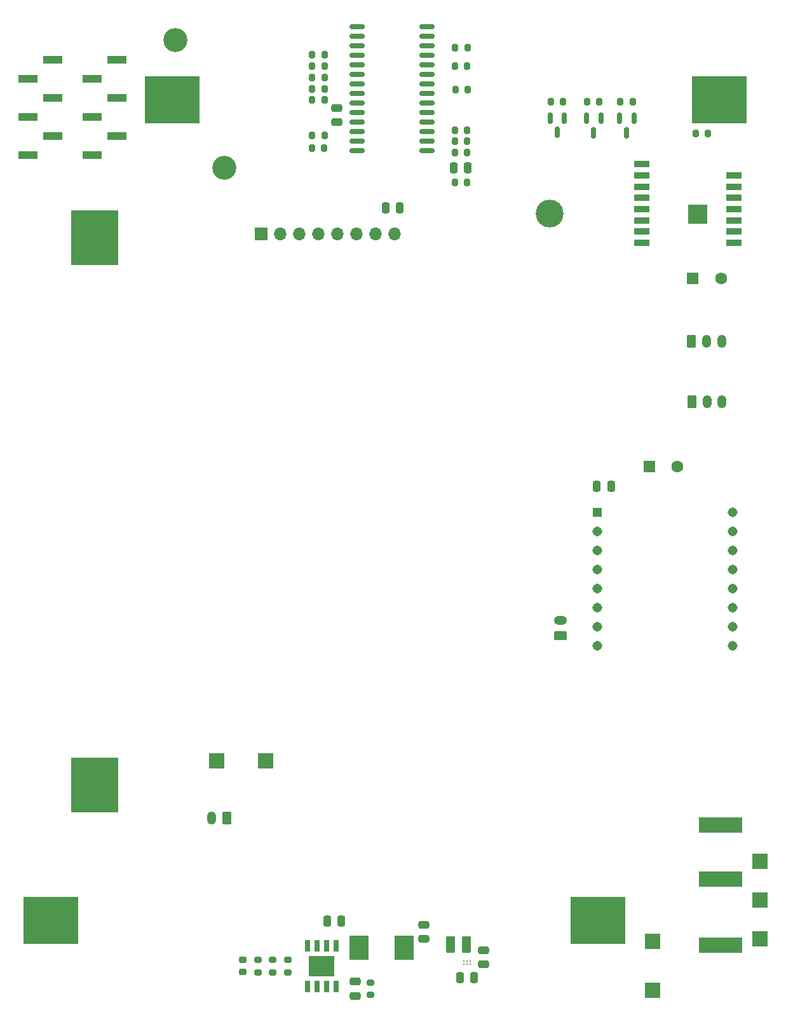
<source format=gbs>
%TF.GenerationSoftware,KiCad,Pcbnew,(6.0.2)*%
%TF.CreationDate,2022-04-22T14:35:52+01:00*%
%TF.ProjectId,DiscAdventure,44697363-4164-4766-956e-747572652e6b,rev?*%
%TF.SameCoordinates,Original*%
%TF.FileFunction,Soldermask,Bot*%
%TF.FilePolarity,Negative*%
%FSLAX46Y46*%
G04 Gerber Fmt 4.6, Leading zero omitted, Abs format (unit mm)*
G04 Created by KiCad (PCBNEW (6.0.2)) date 2022-04-22 14:35:52*
%MOMM*%
%LPD*%
G01*
G04 APERTURE LIST*
G04 Aperture macros list*
%AMRoundRect*
0 Rectangle with rounded corners*
0 $1 Rounding radius*
0 $2 $3 $4 $5 $6 $7 $8 $9 X,Y pos of 4 corners*
0 Add a 4 corners polygon primitive as box body*
4,1,4,$2,$3,$4,$5,$6,$7,$8,$9,$2,$3,0*
0 Add four circle primitives for the rounded corners*
1,1,$1+$1,$2,$3*
1,1,$1+$1,$4,$5*
1,1,$1+$1,$6,$7*
1,1,$1+$1,$8,$9*
0 Add four rect primitives between the rounded corners*
20,1,$1+$1,$2,$3,$4,$5,0*
20,1,$1+$1,$4,$5,$6,$7,0*
20,1,$1+$1,$6,$7,$8,$9,0*
20,1,$1+$1,$8,$9,$2,$3,0*%
G04 Aperture macros list end*
%ADD10R,0.650000X1.500000*%
%ADD11R,3.350000X2.710000*%
%ADD12C,0.208000*%
%ADD13R,7.340000X6.350000*%
%ADD14RoundRect,0.250000X-0.350000X-0.625000X0.350000X-0.625000X0.350000X0.625000X-0.350000X0.625000X0*%
%ADD15O,1.200000X1.750000*%
%ADD16R,2.000000X2.000000*%
%ADD17C,3.700000*%
%ADD18C,3.200000*%
%ADD19R,5.750000X2.000000*%
%ADD20R,6.350000X7.340000*%
%ADD21O,1.750000X1.200000*%
%ADD22RoundRect,0.250000X0.625000X-0.350000X0.625000X0.350000X-0.625000X0.350000X-0.625000X-0.350000X0*%
%ADD23R,1.308000X1.308000*%
%ADD24C,1.308000*%
%ADD25R,1.600000X1.600000*%
%ADD26C,1.600000*%
%ADD27RoundRect,0.250000X0.350000X0.625000X-0.350000X0.625000X-0.350000X-0.625000X0.350000X-0.625000X0*%
%ADD28R,2.550000X3.200000*%
%ADD29R,2.000000X0.900000*%
%ADD30R,2.500000X2.500000*%
%ADD31RoundRect,0.250000X-0.250000X-0.475000X0.250000X-0.475000X0.250000X0.475000X-0.250000X0.475000X0*%
%ADD32RoundRect,0.200000X-0.200000X-0.275000X0.200000X-0.275000X0.200000X0.275000X-0.200000X0.275000X0*%
%ADD33RoundRect,0.150000X-0.150000X0.587500X-0.150000X-0.587500X0.150000X-0.587500X0.150000X0.587500X0*%
%ADD34R,2.510000X1.000000*%
%ADD35RoundRect,0.200000X0.200000X0.275000X-0.200000X0.275000X-0.200000X-0.275000X0.200000X-0.275000X0*%
%ADD36RoundRect,0.150000X0.875000X0.150000X-0.875000X0.150000X-0.875000X-0.150000X0.875000X-0.150000X0*%
%ADD37RoundRect,0.250000X-0.375000X-0.850000X0.375000X-0.850000X0.375000X0.850000X-0.375000X0.850000X0*%
%ADD38R,1.700000X1.700000*%
%ADD39O,1.700000X1.700000*%
%ADD40RoundRect,0.250000X0.475000X-0.250000X0.475000X0.250000X-0.475000X0.250000X-0.475000X-0.250000X0*%
%ADD41RoundRect,0.250000X-0.475000X0.250000X-0.475000X-0.250000X0.475000X-0.250000X0.475000X0.250000X0*%
%ADD42RoundRect,0.200000X-0.275000X0.200000X-0.275000X-0.200000X0.275000X-0.200000X0.275000X0.200000X0*%
%ADD43RoundRect,0.218750X-0.256250X0.218750X-0.256250X-0.218750X0.256250X-0.218750X0.256250X0.218750X0*%
%ADD44RoundRect,0.200000X0.275000X-0.200000X0.275000X0.200000X-0.275000X0.200000X-0.275000X-0.200000X0*%
G04 APERTURE END LIST*
D10*
%TO.C,IC3*%
X81050291Y-148683229D03*
X82320291Y-148683229D03*
X83590291Y-148683229D03*
X84860291Y-148683229D03*
X84860291Y-154083229D03*
X83590291Y-154083229D03*
X82320291Y-154083229D03*
X81050291Y-154083229D03*
D11*
X82955291Y-151383229D03*
%TD*%
D12*
%TO.C,IC2*%
X101915755Y-150712157D03*
X101915755Y-151112157D03*
X102315755Y-150712157D03*
X102315755Y-151112157D03*
X102715755Y-150712157D03*
X102715755Y-151112157D03*
%TD*%
D13*
%TO.C,BT2*%
X63050000Y-36000000D03*
X135950000Y-36000000D03*
%TD*%
D14*
%TO.C,J7*%
X132310547Y-76209849D03*
D15*
X134310547Y-76209849D03*
X136310547Y-76209849D03*
%TD*%
D16*
%TO.C,SW2*%
X127018655Y-148062279D03*
X127018655Y-154562279D03*
%TD*%
D17*
%TO.C,H3*%
X113361260Y-51094373D03*
%TD*%
D18*
%TO.C,H1*%
X70000000Y-45000000D03*
%TD*%
D19*
%TO.C,SW3*%
X136095000Y-148575000D03*
X136095000Y-132575000D03*
X136095000Y-139775000D03*
%TD*%
D20*
%TO.C,BT4*%
X52695980Y-54342500D03*
X52695980Y-127242500D03*
%TD*%
D16*
%TO.C,SW1*%
X75500000Y-124000000D03*
X69000000Y-124000000D03*
%TD*%
D21*
%TO.C,J4*%
X114810685Y-105338400D03*
D22*
X114810685Y-107338400D03*
%TD*%
D23*
%TO.C,U3*%
X119639919Y-90949918D03*
D24*
X119639919Y-93489918D03*
X119639919Y-96029918D03*
X119639919Y-98569918D03*
X119639919Y-101109918D03*
X119639919Y-103649918D03*
X119639919Y-106189918D03*
X119639919Y-108729918D03*
X137673919Y-108729918D03*
X137673919Y-106189918D03*
X137673919Y-103649918D03*
X137673919Y-101109918D03*
X137673919Y-98569918D03*
X137673919Y-96029918D03*
X137673919Y-93489918D03*
X137673919Y-90949918D03*
%TD*%
D25*
%TO.C,C5*%
X132395653Y-59736399D03*
D26*
X136195653Y-59736399D03*
%TD*%
D25*
%TO.C,C10*%
X126589380Y-84852481D03*
D26*
X130389380Y-84852481D03*
%TD*%
D14*
%TO.C,J3*%
X132235718Y-68165801D03*
D15*
X134235718Y-68165801D03*
X136235718Y-68165801D03*
%TD*%
D16*
%TO.C,SW4*%
X141383443Y-137414212D03*
X141383443Y-147714212D03*
X141383443Y-142564212D03*
%TD*%
D27*
%TO.C,J8*%
X70310685Y-131645667D03*
D15*
X68310685Y-131645667D03*
%TD*%
D18*
%TO.C,H2*%
X63500000Y-28000000D03*
%TD*%
D13*
%TO.C,BT1*%
X46842500Y-145250000D03*
X119742500Y-145250000D03*
%TD*%
D28*
%TO.C,L1*%
X87955291Y-148883229D03*
X93955291Y-148883229D03*
%TD*%
D29*
%TO.C,U1*%
X137893717Y-46043996D03*
X137893717Y-47543996D03*
X137893717Y-49043996D03*
X137893717Y-50543996D03*
X137893717Y-52043996D03*
X137893717Y-53543996D03*
X137893717Y-55043996D03*
X125593717Y-55043996D03*
X125593717Y-53543996D03*
X125593717Y-52043996D03*
X125593717Y-50543996D03*
X125593717Y-49043996D03*
X125593717Y-47543996D03*
X125593717Y-46043996D03*
X125593717Y-44543996D03*
D30*
X133043717Y-51243996D03*
%TD*%
D31*
%TO.C,C1*%
X83663012Y-145390069D03*
X85563012Y-145390069D03*
%TD*%
D32*
%TO.C,R18*%
X100675000Y-40000000D03*
X102325000Y-40000000D03*
%TD*%
D33*
%TO.C,Q4*%
X118254006Y-38464893D03*
X120154006Y-38464893D03*
X119204006Y-40339893D03*
%TD*%
D34*
%TO.C,J1*%
X47155000Y-30650000D03*
X43845000Y-33190000D03*
X47155000Y-35730000D03*
X43845000Y-38270000D03*
X47155000Y-40810000D03*
X43845000Y-43350000D03*
%TD*%
D32*
%TO.C,R14*%
X81659918Y-42401435D03*
X83309918Y-42401435D03*
%TD*%
%TO.C,R6*%
X118316650Y-36263759D03*
X119966650Y-36263759D03*
%TD*%
D35*
%TO.C,R19*%
X102325000Y-47000000D03*
X100675000Y-47000000D03*
%TD*%
D36*
%TO.C,IC1*%
X96956642Y-26217834D03*
X96956642Y-27487834D03*
X96956642Y-28757834D03*
X96956642Y-30027834D03*
X96956642Y-31297834D03*
X96956642Y-32567834D03*
X96956642Y-33837834D03*
X96956642Y-35107834D03*
X96956642Y-36377834D03*
X96956642Y-37647834D03*
X96956642Y-38917834D03*
X96956642Y-40187834D03*
X96956642Y-41457834D03*
X96956642Y-42727834D03*
X87656642Y-42727834D03*
X87656642Y-41457834D03*
X87656642Y-40187834D03*
X87656642Y-38917834D03*
X87656642Y-37647834D03*
X87656642Y-36377834D03*
X87656642Y-35107834D03*
X87656642Y-33837834D03*
X87656642Y-32567834D03*
X87656642Y-31297834D03*
X87656642Y-30027834D03*
X87656642Y-28757834D03*
X87656642Y-27487834D03*
X87656642Y-26217834D03*
%TD*%
D37*
%TO.C,L2*%
X100122364Y-148457151D03*
X102272364Y-148457151D03*
%TD*%
D35*
%TO.C,R7*%
X83320014Y-34499772D03*
X81670014Y-34499772D03*
%TD*%
D32*
%TO.C,R20*%
X100675000Y-43000000D03*
X102325000Y-43000000D03*
%TD*%
D38*
%TO.C,J2*%
X74907839Y-53872651D03*
D39*
X77447839Y-53872651D03*
X79987839Y-53872651D03*
X82527839Y-53872651D03*
X85067839Y-53872651D03*
X87607839Y-53872651D03*
X90147839Y-53872651D03*
X92687839Y-53872651D03*
%TD*%
D35*
%TO.C,R12*%
X102341103Y-31489554D03*
X100691103Y-31489554D03*
%TD*%
D32*
%TO.C,R17*%
X81675000Y-31500000D03*
X83325000Y-31500000D03*
%TD*%
D40*
%TO.C,C4*%
X85000000Y-38950000D03*
X85000000Y-37050000D03*
%TD*%
D32*
%TO.C,R1*%
X100789254Y-34581335D03*
X102439254Y-34581335D03*
%TD*%
D33*
%TO.C,Q2*%
X122660564Y-38464893D03*
X124560564Y-38464893D03*
X123610564Y-40339893D03*
%TD*%
D41*
%TO.C,C2*%
X87455291Y-153433229D03*
X87455291Y-155333229D03*
%TD*%
D32*
%TO.C,R15*%
X81706252Y-40702505D03*
X83356252Y-40702505D03*
%TD*%
D40*
%TO.C,C9*%
X96554731Y-147745758D03*
X96554731Y-145845758D03*
%TD*%
D32*
%TO.C,R11*%
X100744268Y-29068477D03*
X102394268Y-29068477D03*
%TD*%
D35*
%TO.C,R13*%
X102334111Y-41512872D03*
X100684111Y-41512872D03*
%TD*%
D42*
%TO.C,R5*%
X74455291Y-150558229D03*
X74455291Y-152208229D03*
%TD*%
D32*
%TO.C,R16*%
X81675000Y-30000000D03*
X83325000Y-30000000D03*
%TD*%
D41*
%TO.C,C8*%
X104486407Y-149261871D03*
X104486407Y-151161871D03*
%TD*%
D32*
%TO.C,R8*%
X81677977Y-32986679D03*
X83327977Y-32986679D03*
%TD*%
%TO.C,R4*%
X81675000Y-36000000D03*
X83325000Y-36000000D03*
%TD*%
D33*
%TO.C,Q1*%
X113381849Y-38415007D03*
X115281849Y-38415007D03*
X114331849Y-40290007D03*
%TD*%
D42*
%TO.C,R3*%
X89455291Y-153558229D03*
X89455291Y-155208229D03*
%TD*%
D31*
%TO.C,C7*%
X101371799Y-152915056D03*
X103271799Y-152915056D03*
%TD*%
%TO.C,C3*%
X91488039Y-50386719D03*
X93388039Y-50386719D03*
%TD*%
D43*
%TO.C,F1*%
X72455291Y-150558229D03*
X72455291Y-152133229D03*
%TD*%
D31*
%TO.C,C11*%
X119622468Y-87434059D03*
X121522468Y-87434059D03*
%TD*%
D34*
%TO.C,J6*%
X55655000Y-30650000D03*
X52345000Y-33190000D03*
X55655000Y-35730000D03*
X52345000Y-38270000D03*
X55655000Y-40810000D03*
X52345000Y-43350000D03*
%TD*%
D32*
%TO.C,R23*%
X113482223Y-36199537D03*
X115132223Y-36199537D03*
%TD*%
%TO.C,R24*%
X122769218Y-36251320D03*
X124419218Y-36251320D03*
%TD*%
D44*
%TO.C,R22*%
X78455291Y-152208229D03*
X78455291Y-150558229D03*
%TD*%
D31*
%TO.C,C6*%
X100550000Y-45000000D03*
X102450000Y-45000000D03*
%TD*%
D44*
%TO.C,R21*%
X76455291Y-152208229D03*
X76455291Y-150558229D03*
%TD*%
D32*
%TO.C,R2*%
X132775350Y-40468559D03*
X134425350Y-40468559D03*
%TD*%
M02*

</source>
